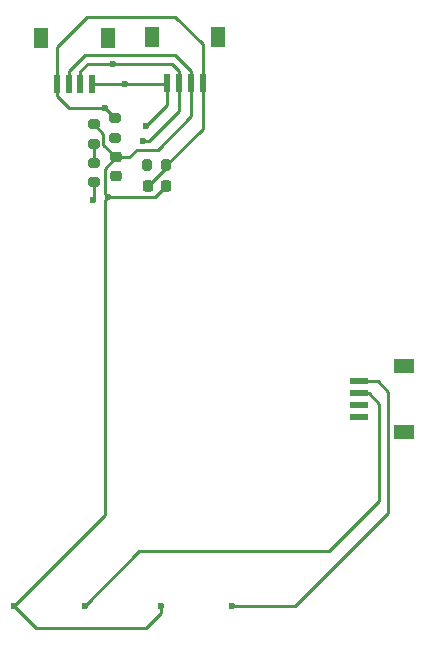
<source format=gbr>
%TF.GenerationSoftware,KiCad,Pcbnew,9.0.0*%
%TF.CreationDate,2025-04-04T14:44:08+08:00*%
%TF.ProjectId,modwheel,6d6f6477-6865-4656-9c2e-6b696361645f,rev?*%
%TF.SameCoordinates,Original*%
%TF.FileFunction,Copper,L2,Bot*%
%TF.FilePolarity,Positive*%
%FSLAX46Y46*%
G04 Gerber Fmt 4.6, Leading zero omitted, Abs format (unit mm)*
G04 Created by KiCad (PCBNEW 9.0.0) date 2025-04-04 14:44:08*
%MOMM*%
%LPD*%
G01*
G04 APERTURE LIST*
G04 Aperture macros list*
%AMRoundRect*
0 Rectangle with rounded corners*
0 $1 Rounding radius*
0 $2 $3 $4 $5 $6 $7 $8 $9 X,Y pos of 4 corners*
0 Add a 4 corners polygon primitive as box body*
4,1,4,$2,$3,$4,$5,$6,$7,$8,$9,$2,$3,0*
0 Add four circle primitives for the rounded corners*
1,1,$1+$1,$2,$3*
1,1,$1+$1,$4,$5*
1,1,$1+$1,$6,$7*
1,1,$1+$1,$8,$9*
0 Add four rect primitives between the rounded corners*
20,1,$1+$1,$2,$3,$4,$5,0*
20,1,$1+$1,$4,$5,$6,$7,0*
20,1,$1+$1,$6,$7,$8,$9,0*
20,1,$1+$1,$8,$9,$2,$3,0*%
G04 Aperture macros list end*
%TA.AperFunction,SMDPad,CuDef*%
%ADD10RoundRect,0.200000X0.275000X-0.200000X0.275000X0.200000X-0.275000X0.200000X-0.275000X-0.200000X0*%
%TD*%
%TA.AperFunction,SMDPad,CuDef*%
%ADD11R,0.600000X1.550000*%
%TD*%
%TA.AperFunction,SMDPad,CuDef*%
%ADD12R,1.200000X1.800000*%
%TD*%
%TA.AperFunction,SMDPad,CuDef*%
%ADD13RoundRect,0.225000X0.225000X0.250000X-0.225000X0.250000X-0.225000X-0.250000X0.225000X-0.250000X0*%
%TD*%
%TA.AperFunction,SMDPad,CuDef*%
%ADD14RoundRect,0.225000X0.250000X-0.225000X0.250000X0.225000X-0.250000X0.225000X-0.250000X-0.225000X0*%
%TD*%
%TA.AperFunction,SMDPad,CuDef*%
%ADD15RoundRect,0.200000X-0.275000X0.200000X-0.275000X-0.200000X0.275000X-0.200000X0.275000X0.200000X0*%
%TD*%
%TA.AperFunction,SMDPad,CuDef*%
%ADD16R,1.550000X0.600000*%
%TD*%
%TA.AperFunction,SMDPad,CuDef*%
%ADD17R,1.800000X1.200000*%
%TD*%
%TA.AperFunction,SMDPad,CuDef*%
%ADD18RoundRect,0.200000X0.200000X0.275000X-0.200000X0.275000X-0.200000X-0.275000X0.200000X-0.275000X0*%
%TD*%
%TA.AperFunction,ViaPad*%
%ADD19C,0.600000*%
%TD*%
%TA.AperFunction,Conductor*%
%ADD20C,0.254000*%
%TD*%
G04 APERTURE END LIST*
D10*
%TO.P,R2,1*%
%TO.N,Net-(R1-Pad2)*%
X96840000Y-92750000D03*
%TO.P,R2,2*%
%TO.N,GND*%
X96840000Y-91100000D03*
%TD*%
D11*
%TO.P,J3,1,Pin_1*%
%TO.N,/SDA*%
X103070000Y-87609000D03*
%TO.P,J3,2,Pin_2*%
%TO.N,/SCL*%
X104070000Y-87609000D03*
%TO.P,J3,3,Pin_3*%
%TO.N,GND*%
X105070000Y-87609000D03*
%TO.P,J3,4,Pin_4*%
%TO.N,+3.3V*%
X106070000Y-87609000D03*
D12*
%TO.P,J3,MP1*%
%TO.N,N/C*%
X101770000Y-83734000D03*
%TO.P,J3,MP2*%
X107370000Y-83734000D03*
%TD*%
D10*
%TO.P,R1,1*%
%TO.N,Net-(U1-REXT)*%
X96810000Y-96000000D03*
%TO.P,R1,2*%
%TO.N,Net-(R1-Pad2)*%
X96810000Y-94350000D03*
%TD*%
D13*
%TO.P,C1,1*%
%TO.N,GND*%
X102960061Y-96340002D03*
%TO.P,C1,2*%
%TO.N,+3.3V*%
X101410061Y-96340002D03*
%TD*%
D11*
%TO.P,J4,1,Pin_1*%
%TO.N,+3.3V*%
X93700000Y-87650000D03*
%TO.P,J4,2,Pin_2*%
%TO.N,GND*%
X94700000Y-87650000D03*
%TO.P,J4,3,Pin_3*%
%TO.N,/SCL*%
X95700000Y-87650000D03*
%TO.P,J4,4,Pin_4*%
%TO.N,/SDA*%
X96700000Y-87650000D03*
D12*
%TO.P,J4,MP1*%
%TO.N,N/C*%
X92400000Y-83775000D03*
%TO.P,J4,MP2*%
X98000000Y-83775000D03*
%TD*%
D14*
%TO.P,C2,1*%
%TO.N,Net-(U1-VREG)*%
X98685061Y-95450006D03*
%TO.P,C2,2*%
%TO.N,GND*%
X98685061Y-93900006D03*
%TD*%
D15*
%TO.P,R4,1*%
%TO.N,+3.3V*%
X98650000Y-90600000D03*
%TO.P,R4,2*%
%TO.N,Net-(U1-ADDR)*%
X98650000Y-92250000D03*
%TD*%
D16*
%TO.P,J5,1,Pin_1*%
%TO.N,Net-(J5-Pin_1)*%
X119263000Y-112863000D03*
%TO.P,J5,2,Pin_2*%
%TO.N,Net-(J5-Pin_2)*%
X119263000Y-113863000D03*
%TO.P,J5,3,Pin_3*%
%TO.N,unconnected-(J5-Pin_3-Pad3)*%
X119263000Y-114863000D03*
%TO.P,J5,4,Pin_4*%
%TO.N,unconnected-(J5-Pin_4-Pad4)*%
X119263000Y-115863000D03*
D17*
%TO.P,J5,MP1*%
%TO.N,N/C*%
X123138000Y-111563000D03*
%TO.P,J5,MP2*%
X123138000Y-117163000D03*
%TD*%
D18*
%TO.P,R3,1*%
%TO.N,+3.3V*%
X102955000Y-94575000D03*
%TO.P,R3,2*%
%TO.N,Net-(U1-~{IRQ})*%
X101305000Y-94575000D03*
%TD*%
D19*
%TO.N,/SDA*%
X99500000Y-87650000D03*
%TO.N,/SCL*%
X98500000Y-86000000D03*
%TO.N,+3.3V*%
X97750000Y-89750000D03*
%TO.N,GND*%
X90050000Y-131881000D03*
X98000000Y-97250000D03*
X102550000Y-131877000D03*
%TO.N,+3.3V*%
X101410061Y-96340002D03*
%TO.N,Net-(U1-VREG)*%
X98685061Y-95450006D03*
%TO.N,/SDA*%
X101250000Y-91250000D03*
%TO.N,/SCL*%
X101000000Y-92500000D03*
%TO.N,Net-(U1-REXT)*%
X96750000Y-97500000D03*
%TO.N,Net-(U1-~{IRQ})*%
X101305000Y-94575000D03*
%TO.N,Net-(U1-ADDR)*%
X98650000Y-92250000D03*
%TO.N,Net-(J5-Pin_1)*%
X108550000Y-131877000D03*
%TO.N,Net-(J5-Pin_2)*%
X96050000Y-131881000D03*
%TD*%
D20*
%TO.N,/SCL*%
X104070000Y-86580000D02*
X104070000Y-87609000D01*
X103490000Y-86000000D02*
X104070000Y-86580000D01*
X98500000Y-86000000D02*
X103490000Y-86000000D01*
X96321000Y-86000000D02*
X95700000Y-86621000D01*
X98500000Y-86000000D02*
X96321000Y-86000000D01*
X95700000Y-86621000D02*
X95700000Y-87650000D01*
%TO.N,/SDA*%
X99500000Y-87650000D02*
X103029000Y-87650000D01*
X96700000Y-87650000D02*
X99500000Y-87650000D01*
X103029000Y-87650000D02*
X103070000Y-87609000D01*
%TO.N,+3.3V*%
X97750000Y-89750000D02*
X94771000Y-89750000D01*
X103750000Y-82000000D02*
X96250000Y-82000000D01*
%TO.N,GND*%
X99849994Y-93900006D02*
X98685061Y-93900006D01*
X96840000Y-91100000D02*
X97643000Y-91903000D01*
X97643000Y-91903000D02*
X97643000Y-92857945D01*
X98685061Y-93900006D02*
X97750000Y-94835067D01*
X97643000Y-92857945D02*
X98685061Y-93900006D01*
X105070000Y-90430000D02*
X102250000Y-93250000D01*
X97750000Y-124181000D02*
X97750000Y-97500000D01*
X90050000Y-131881000D02*
X97750000Y-124181000D01*
X102250000Y-93250000D02*
X100500000Y-93250000D01*
X105070000Y-86580000D02*
X105070000Y-87609000D01*
X102960061Y-96340002D02*
X102050063Y-97250000D01*
X103740000Y-85250000D02*
X105070000Y-86580000D01*
X96071000Y-85250000D02*
X103740000Y-85250000D01*
X100500000Y-93250000D02*
X99849994Y-93900006D01*
X102050063Y-97250000D02*
X98000000Y-97250000D01*
X105070000Y-87609000D02*
X105070000Y-90430000D01*
X91919000Y-133750000D02*
X90050000Y-131881000D01*
X97750000Y-94835067D02*
X97750000Y-97000000D01*
X94700000Y-86621000D02*
X96071000Y-85250000D01*
X97750000Y-97500000D02*
X98000000Y-97250000D01*
X97750000Y-97000000D02*
X98000000Y-97250000D01*
X94700000Y-87650000D02*
X94700000Y-86621000D01*
X102550000Y-131877000D02*
X102550000Y-132450000D01*
X102550000Y-132450000D02*
X101250000Y-133750000D01*
X101250000Y-133750000D02*
X91919000Y-133750000D01*
%TO.N,+3.3V*%
X96250000Y-82000000D02*
X93700000Y-84550000D01*
X102955000Y-94795063D02*
X101410061Y-96340002D01*
X102955000Y-94575000D02*
X102955000Y-94795063D01*
X106070000Y-91460000D02*
X102955000Y-94575000D01*
X106070000Y-87609000D02*
X106070000Y-84320000D01*
X93700000Y-84550000D02*
X93700000Y-87650000D01*
X93700000Y-88679000D02*
X93700000Y-87650000D01*
X94771000Y-89750000D02*
X93700000Y-88679000D01*
X97800000Y-89750000D02*
X97750000Y-89750000D01*
X106070000Y-84320000D02*
X103750000Y-82000000D01*
X98650000Y-90600000D02*
X97800000Y-89750000D01*
X106070000Y-87609000D02*
X106070000Y-91460000D01*
%TO.N,/SDA*%
X103070000Y-89430000D02*
X101250000Y-91250000D01*
X103070000Y-87609000D02*
X103070000Y-89430000D01*
%TO.N,/SCL*%
X101500000Y-92500000D02*
X104070000Y-89930000D01*
X104070000Y-89930000D02*
X104070000Y-87609000D01*
X101000000Y-92500000D02*
X101500000Y-92500000D01*
%TO.N,Net-(U1-REXT)*%
X96810000Y-96000000D02*
X96810000Y-97440000D01*
X96810000Y-97440000D02*
X96750000Y-97500000D01*
%TO.N,Net-(R1-Pad2)*%
X96810000Y-94350000D02*
X96810000Y-92780000D01*
X96810000Y-92780000D02*
X96840000Y-92750000D01*
%TO.N,Net-(J5-Pin_1)*%
X121750000Y-124000000D02*
X121750000Y-113750000D01*
X108550000Y-131877000D02*
X113873000Y-131877000D01*
X120863000Y-112863000D02*
X119263000Y-112863000D01*
X121750000Y-113750000D02*
X120863000Y-112863000D01*
X113873000Y-131877000D02*
X121750000Y-124000000D01*
%TO.N,Net-(J5-Pin_2)*%
X121000000Y-114750000D02*
X121000000Y-123000000D01*
X116750000Y-127250000D02*
X100681000Y-127250000D01*
X121000000Y-123000000D02*
X116750000Y-127250000D01*
X119263000Y-113863000D02*
X120113000Y-113863000D01*
X100681000Y-127250000D02*
X96050000Y-131881000D01*
X120113000Y-113863000D02*
X121000000Y-114750000D01*
%TD*%
M02*

</source>
